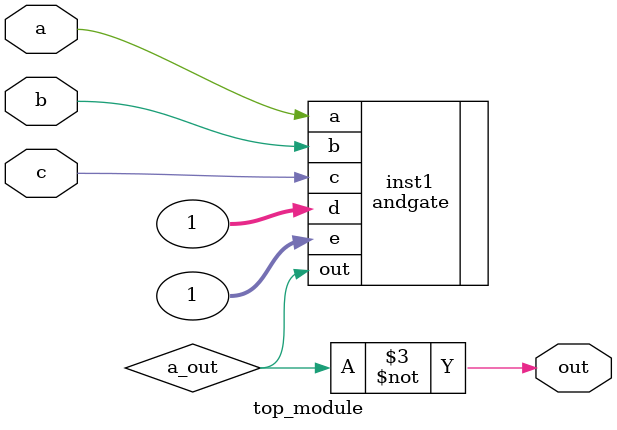
<source format=v>
module top_module (
    input a, 
    input b, 
    input c, 
    output out
);//
    wire a_out;
    andgate inst1 ( 
        .out(a_out),
        .  a(a)  ,
        .  b(b)  ,
        .  c(c)  , 
        .  d(1)  ,
        .  e(1)  
        );
    assign out=~a_out;

endmodule

</source>
